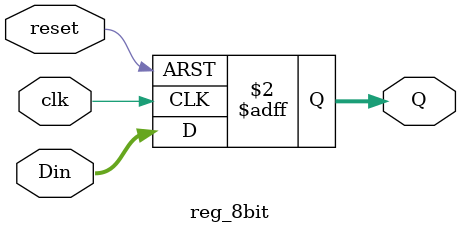
<source format=v>
module reg_8bit(
    input clk,
    input reset,
    input [7:0] Din,
    output reg [7:0] Q
    );
    
    always @ (posedge clk, posedge reset)
        if (reset)
            Q <= 8'h00;
        else
            Q <= Din;
   
endmodule

</source>
